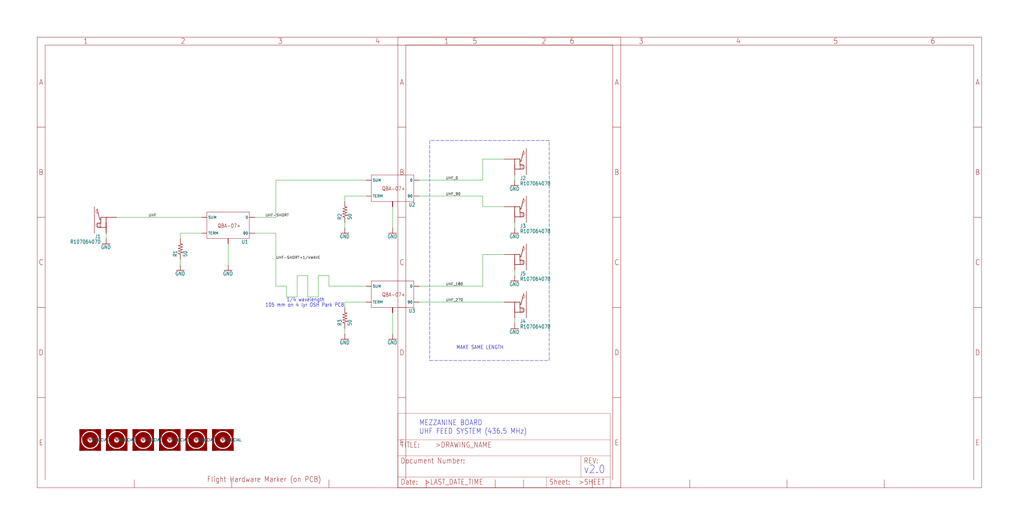
<source format=kicad_sch>
(kicad_sch (version 20211123) (generator eeschema)
  (paper "User" 490.22 254.406)
  (lib_symbols
    (symbol "plusz-end-card-with-turnstile-mezzanine-eagle-import:FIDUCIAL-1.0X2.0"
      (symbol "FIDUCIAL-1.0X2.0_1_0"
        (rectangle (start -5.08 -5.08) (end -3.556 -2.54) (fill (type outline)))
        (rectangle (start -5.08 -5.08) (end -2.54 -3.556) (fill (type outline)))
        (rectangle (start -5.08 2.54) (end -3.556 5.08) (fill (type outline)))
        (rectangle (start -5.08 3.556) (end -2.54 5.08) (fill (type outline)))
        (polyline (pts (xy -5.08 -5.08) (xy -5.08 5.08)) (stroke (width 0.127)))
        (polyline (pts (xy -5.08 -5.08) (xy 5.08 -5.08)) (stroke (width 0.127)))
        (polyline (pts (xy -5.08 5.08) (xy 5.08 5.08)) (stroke (width 0.127)))
        (polyline (pts (xy -4.699 2.54) (xy -4.699 -2.54)) (stroke (width 0.762)))
        (polyline (pts (xy -2.54 -4.699) (xy 2.54 -4.699)) (stroke (width 0.762)))
        (polyline (pts (xy -2.54 4.699) (xy 2.54 4.699)) (stroke (width 0.762)))
        (polyline (pts (xy 4.699 -2.54) (xy 4.699 2.54)) (stroke (width 0.762)))
        (polyline (pts (xy 5.08 5.08) (xy 5.08 -5.08)) (stroke (width 0.127)))
        (circle (center 0 0) (radius 2.54) (stroke (width 2.54)))
        (circle (center 0 0) (radius 4.699) (stroke (width 0.762)))
        (rectangle (start 2.54 -5.08) (end 5.08 -3.556) (fill (type outline)))
        (rectangle (start 2.54 3.556) (end 5.08 5.08) (fill (type outline)))
        (rectangle (start 3.556 -5.08) (end 5.08 -2.54) (fill (type outline)))
        (rectangle (start 3.556 2.54) (end 5.08 5.08) (fill (type outline)))
        (pin no_connect line (at 0 0 0) (length 0) (name "FIDUCIAL") (number "FIDUCIAL"))
      )
    )
    (symbol "plusz-end-card-with-turnstile-mezzanine-eagle-import:FLIGHMARKERNEW"
      (symbol "FLIGHMARKERNEW_1_0"
        (text "Flight Hardware Marker (on PCB)" (at 0 0 0) (effects (font (size 2.54 2.159)) (justify left bottom)))
      )
    )
    (symbol "plusz-end-card-with-turnstile-mezzanine-eagle-import:FRAME_A_L"
      (symbol "FRAME_A_L_0_0"
        (polyline (pts (xy 0 43.18) (xy 3.81 43.18)))
        (polyline (pts (xy 0 86.36) (xy 3.81 86.36)))
        (polyline (pts (xy 0 129.54) (xy 3.81 129.54)))
        (polyline (pts (xy 0 172.72) (xy 3.81 172.72)))
        (polyline (pts (xy 3.81 3.81) (xy 3.81 212.09)))
        (polyline (pts (xy 46.5667 0) (xy 46.5667 3.81)))
        (polyline (pts (xy 93.1333 0) (xy 93.1333 3.81)))
        (polyline (pts (xy 139.7 0) (xy 139.7 3.81)))
        (polyline (pts (xy 186.2667 0) (xy 186.2667 3.81)))
        (polyline (pts (xy 232.8333 0) (xy 232.8333 3.81)))
        (polyline (pts (xy 275.59 3.81) (xy 275.59 212.09)))
        (polyline (pts (xy 275.59 43.18) (xy 279.4 43.18)))
        (polyline (pts (xy 275.59 86.36) (xy 279.4 86.36)))
        (polyline (pts (xy 275.59 129.54) (xy 279.4 129.54)))
        (polyline (pts (xy 275.59 172.72) (xy 279.4 172.72)))
        (polyline (pts (xy 275.59 212.09) (xy 3.81 212.09)))
        (polyline (pts (xy 0 0) (xy 279.4 0) (xy 279.4 215.9) (xy 0 215.9) (xy 0 0)))
        (text "1" (at 23.2833 213.995 0) (effects (font (size 2.54 2.286))))
        (text "2" (at 69.85 213.995 0) (effects (font (size 2.54 2.286))))
        (text "3" (at 116.4167 213.995 0) (effects (font (size 2.54 2.286))))
        (text "4" (at 162.9833 213.995 0) (effects (font (size 2.54 2.286))))
        (text "5" (at 209.55 213.995 0) (effects (font (size 2.54 2.286))))
        (text "6" (at 256.1167 213.995 0) (effects (font (size 2.54 2.286))))
        (text "A" (at 1.905 194.31 0) (effects (font (size 2.54 2.286))))
        (text "A" (at 277.495 194.31 0) (effects (font (size 2.54 2.286))))
        (text "B" (at 1.905 151.13 0) (effects (font (size 2.54 2.286))))
        (text "B" (at 277.495 151.13 0) (effects (font (size 2.54 2.286))))
        (text "C" (at 1.905 107.95 0) (effects (font (size 2.54 2.286))))
        (text "C" (at 277.495 107.95 0) (effects (font (size 2.54 2.286))))
        (text "D" (at 1.905 64.77 0) (effects (font (size 2.54 2.286))))
        (text "D" (at 277.495 64.77 0) (effects (font (size 2.54 2.286))))
        (text "E" (at 1.905 21.59 0) (effects (font (size 2.54 2.286))))
        (text "E" (at 277.495 21.59 0) (effects (font (size 2.54 2.286))))
      )
      (symbol "FRAME_A_L_2_0"
        (polyline (pts (xy 0 0) (xy 0 5.08)) (stroke (width 0.1016)))
        (polyline (pts (xy 0 0) (xy 71.12 0)) (stroke (width 0.1016)))
        (polyline (pts (xy 0 5.08) (xy 0 15.24)) (stroke (width 0.1016)))
        (polyline (pts (xy 0 5.08) (xy 71.12 5.08)) (stroke (width 0.1016)))
        (polyline (pts (xy 0 15.24) (xy 0 22.86)) (stroke (width 0.1016)))
        (polyline (pts (xy 0 22.86) (xy 0 35.56)) (stroke (width 0.1016)))
        (polyline (pts (xy 0 22.86) (xy 101.6 22.86)) (stroke (width 0.1016)))
        (polyline (pts (xy 71.12 0) (xy 101.6 0)) (stroke (width 0.1016)))
        (polyline (pts (xy 71.12 5.08) (xy 71.12 0)) (stroke (width 0.1016)))
        (polyline (pts (xy 71.12 5.08) (xy 87.63 5.08)) (stroke (width 0.1016)))
        (polyline (pts (xy 87.63 5.08) (xy 101.6 5.08)) (stroke (width 0.1016)))
        (polyline (pts (xy 87.63 15.24) (xy 0 15.24)) (stroke (width 0.1016)))
        (polyline (pts (xy 87.63 15.24) (xy 87.63 5.08)) (stroke (width 0.1016)))
        (polyline (pts (xy 101.6 5.08) (xy 101.6 0)) (stroke (width 0.1016)))
        (polyline (pts (xy 101.6 15.24) (xy 87.63 15.24)) (stroke (width 0.1016)))
        (polyline (pts (xy 101.6 15.24) (xy 101.6 5.08)) (stroke (width 0.1016)))
        (polyline (pts (xy 101.6 22.86) (xy 101.6 15.24)) (stroke (width 0.1016)))
        (polyline (pts (xy 101.6 35.56) (xy 0 35.56)) (stroke (width 0.1016)))
        (polyline (pts (xy 101.6 35.56) (xy 101.6 22.86)) (stroke (width 0.1016)))
        (text ">DRAWING_NAME" (at 17.78 19.05 0) (effects (font (size 2.54 2.159)) (justify left bottom)))
        (text ">LAST_DATE_TIME" (at 12.7 1.27 0) (effects (font (size 2.54 2.159)) (justify left bottom)))
        (text ">SHEET" (at 86.36 1.27 0) (effects (font (size 2.54 2.159)) (justify left bottom)))
        (text "Date:" (at 1.27 1.27 0) (effects (font (size 2.54 2.159)) (justify left bottom)))
        (text "Document Number:" (at 1.27 11.43 0) (effects (font (size 2.54 2.159)) (justify left bottom)))
        (text "REV:" (at 88.9 11.43 0) (effects (font (size 2.54 2.159)) (justify left bottom)))
        (text "Sheet:" (at 72.39 1.27 0) (effects (font (size 2.54 2.159)) (justify left bottom)))
        (text "TITLE:" (at 1.27 19.05 0) (effects (font (size 2.54 2.159)) (justify left bottom)))
      )
    )
    (symbol "plusz-end-card-with-turnstile-mezzanine-eagle-import:GND" (power)
      (property "Value" "GND" (at -2.54 -2.54 0))
      (symbol "GND_1_0"
        (polyline (pts (xy -1.905 0) (xy 1.905 0)) (stroke (width 0.254)))
        (pin power_in line (at 0 2.54 270) (length 2.54) (name "GND") (number "1"))
      )
    )
    (symbol "plusz-end-card-with-turnstile-mezzanine-eagle-import:QBA-07+"
      (property "Reference" "U" (at -10.16 -10.16 0))
      (symbol "QBA-07+_1_0"
        (polyline (pts (xy -10.16 -7.62) (xy -10.16 5.08)) (stroke (width 0.1524)))
        (polyline (pts (xy -10.16 5.08) (xy 10.16 5.08)) (stroke (width 0.1524)))
        (polyline (pts (xy 10.16 -7.62) (xy -10.16 -7.62)) (stroke (width 0.1524)))
        (polyline (pts (xy 10.16 5.08) (xy 10.16 -7.62)) (stroke (width 0.1524)))
        (text "QBA-07+" (at -5.08 -2.54 0) (effects (font (size 1.778 1.5113)) (justify left bottom)))
        (pin passive line (at -12.7 2.54 0) (length 2.54) (name "SUM") (number "1"))
        (pin passive line (at 12.7 -5.08 180) (length 2.54) (name "90") (number "10"))
        (pin power_in line (at 0 -10.16 90) (length 2.54) (name "GND") (number "2"))
        (pin power_in line (at 0 -10.16 90) (length 2.54) (name "GND") (number "3"))
        (pin power_in line (at 0 -10.16 90) (length 2.54) (name "GND") (number "4"))
        (pin passive line (at -12.7 -5.08 0) (length 2.54) (name "TERM") (number "5"))
        (pin passive line (at 12.7 2.54 180) (length 2.54) (name "0") (number "6"))
        (pin power_in line (at 0 -10.16 90) (length 2.54) (name "GND") (number "7"))
        (pin power_in line (at 0 -10.16 90) (length 2.54) (name "GND") (number "8"))
        (pin power_in line (at 0 -10.16 90) (length 2.54) (name "GND") (number "9"))
        (pin power_in line (at 0 -10.16 90) (length 2.54) (name "GND") (number "GND-NO-PAD"))
      )
    )
    (symbol "plusz-end-card-with-turnstile-mezzanine-eagle-import:R-US_0603-C-NOSILK"
      (property "Reference" "R" (at -3.81 1.4986 0))
      (property "Value" "R-US_0603-C-NOSILK" (at -3.81 -3.302 0))
      (symbol "R-US_0603-C-NOSILK_1_0"
        (polyline (pts (xy -2.54 0) (xy -2.159 1.016)) (stroke (width 0.2032)))
        (polyline (pts (xy -2.159 1.016) (xy -1.524 -1.016)) (stroke (width 0.2032)))
        (polyline (pts (xy -1.524 -1.016) (xy -0.889 1.016)) (stroke (width 0.2032)))
        (polyline (pts (xy -0.889 1.016) (xy -0.254 -1.016)) (stroke (width 0.2032)))
        (polyline (pts (xy -0.254 -1.016) (xy 0.381 1.016)) (stroke (width 0.2032)))
        (polyline (pts (xy 0.381 1.016) (xy 1.016 -1.016)) (stroke (width 0.2032)))
        (polyline (pts (xy 1.016 -1.016) (xy 1.651 1.016)) (stroke (width 0.2032)))
        (polyline (pts (xy 1.651 1.016) (xy 2.286 -1.016)) (stroke (width 0.2032)))
        (polyline (pts (xy 2.286 -1.016) (xy 2.54 0)) (stroke (width 0.2032)))
        (pin passive line (at -5.08 0 0) (length 2.54) (name "1") (number "1"))
        (pin passive line (at 5.08 0 180) (length 2.54) (name "2") (number "2"))
      )
    )
    (symbol "plusz-end-card-with-turnstile-mezzanine-eagle-import:R107064070"
      (property "Reference" "J" (at 2.54 -10.16 0))
      (property "Value" "R107064070" (at 2.54 -12.7 0))
      (symbol "R107064070_1_0"
        (polyline (pts (xy 0 -4.826) (xy 2.54 -4.826)) (stroke (width 0.254)))
        (polyline (pts (xy 0 0) (xy 0 -4.826)) (stroke (width 0.254)))
        (polyline (pts (xy 2.54 -4.826) (xy 3.048 -4.826)) (stroke (width 0.254)))
        (polyline (pts (xy 2.54 -2.794) (xy 2.54 -4.826)) (stroke (width 0.1524)))
        (polyline (pts (xy 2.54 -2.794) (xy 2.54 -1.016)) (stroke (width 0.254)))
        (polyline (pts (xy 2.54 -1.016) (xy 2.54 0)) (stroke (width 0.254)))
        (polyline (pts (xy 2.54 0) (xy 0 0)) (stroke (width 0.254)))
        (polyline (pts (xy 3.048 -4.826) (xy 3.048 -2.794)) (stroke (width 0.1524)))
        (polyline (pts (xy 3.048 -4.826) (xy 4.064 -4.826)) (stroke (width 0.254)))
        (polyline (pts (xy 3.048 -2.794) (xy 2.54 -2.794)) (stroke (width 0.254)))
        (polyline (pts (xy 3.048 -1.016) (xy 2.54 -1.016)) (stroke (width 0.254)))
        (polyline (pts (xy 4.064 -4.826) (xy 4.064 -4.572)) (stroke (width 0.254)))
        (polyline (pts (xy 4.064 -4.572) (xy 4.064 -3.048)) (stroke (width 0.254)))
        (polyline (pts (xy 4.064 -3.048) (xy 4.064 -2.794)) (stroke (width 0.254)))
        (polyline (pts (xy 4.064 -2.794) (xy 3.048 -2.794)) (stroke (width 0.254)))
        (polyline (pts (xy 4.318 4.064) (xy 3.048 -1.016)) (stroke (width 0.254)))
        (polyline (pts (xy 5.588 5.08) (xy 5.588 -7.62)) (stroke (width 0.2032)))
        (arc (start 3.81 2.032) (mid 4.826 2.54) (end 4.318 3.556) (stroke (width 0.1524)))
        (arc (start 4.064 -4.572) (mid 4.826 -3.81) (end 4.064 -3.048) (stroke (width 0.1524)))
        (pin bidirectional line (at -5.08 0 0) (length 5.08) (name "P$1") (number "P$1"))
        (pin bidirectional line (at 0 -7.62 90) (length 5.08) (name "P$2") (number "P$2"))
        (pin bidirectional line (at 0 -7.62 90) (length 5.08) (name "P$2") (number "P$3"))
      )
    )
  )
  (wire (pts (xy 96.52 111.76) (xy 86.36 111.76)))
  (wire (pts (xy 187.96 99.06) (xy 187.96 109.22)))
  (wire (pts (xy 175.26 93.98) (xy 165.1 93.98)))
  (wire (pts (xy 50.8 114.3) (xy 50.8 111.76)))
  (wire (pts (xy 132.08 86.36) (xy 175.26 86.36)))
  (wire (pts (xy 187.96 149.86) (xy 187.96 160.02)))
  (polyline (pts (xy 262.89 67.31) (xy 205.74 67.31)))
  (polyline (pts (xy 205.74 172.72) (xy 262.89 172.72)))
  (wire (pts (xy 132.08 104.14) (xy 132.08 86.36)))
  (wire (pts (xy 246.38 132.08) (xy 246.38 129.54)))
  (wire (pts (xy 109.22 116.84) (xy 109.22 127)))
  (wire (pts (xy 231.14 76.2) (xy 241.3 76.2)))
  (wire (pts (xy 137.16 137.16) (xy 132.08 137.16)))
  (wire (pts (xy 165.1 144.78) (xy 165.1 147.32)))
  (wire (pts (xy 157.48 137.16) (xy 157.48 132.08)))
  (wire (pts (xy 152.4 132.08) (xy 152.4 142.24)))
  (wire (pts (xy 165.1 93.98) (xy 165.1 96.52)))
  (wire (pts (xy 200.66 86.36) (xy 231.14 86.36)))
  (wire (pts (xy 246.38 86.36) (xy 246.38 83.82)))
  (wire (pts (xy 231.14 121.92) (xy 241.3 121.92)))
  (wire (pts (xy 55.88 104.14) (xy 96.52 104.14)))
  (wire (pts (xy 132.08 137.16) (xy 132.08 111.76)))
  (wire (pts (xy 231.14 93.98) (xy 231.14 99.06)))
  (wire (pts (xy 200.66 144.78) (xy 241.3 144.78)))
  (wire (pts (xy 157.48 132.08) (xy 152.4 132.08)))
  (polyline (pts (xy 262.89 172.72) (xy 262.89 67.31)))
  (wire (pts (xy 231.14 86.36) (xy 231.14 76.2)))
  (wire (pts (xy 246.38 109.22) (xy 246.38 106.68)))
  (wire (pts (xy 231.14 99.06) (xy 241.3 99.06)))
  (wire (pts (xy 121.92 104.14) (xy 132.08 104.14)))
  (wire (pts (xy 165.1 106.68) (xy 165.1 109.22)))
  (polyline (pts (xy 205.74 67.31) (xy 205.74 172.72)))
  (wire (pts (xy 147.32 142.24) (xy 147.32 132.08)))
  (wire (pts (xy 175.26 137.16) (xy 157.48 137.16)))
  (wire (pts (xy 165.1 157.48) (xy 165.1 160.02)))
  (wire (pts (xy 142.24 132.08) (xy 142.24 142.24)))
  (wire (pts (xy 231.14 137.16) (xy 231.14 121.92)))
  (wire (pts (xy 86.36 124.46) (xy 86.36 127)))
  (wire (pts (xy 86.36 111.76) (xy 86.36 114.3)))
  (wire (pts (xy 132.08 111.76) (xy 121.92 111.76)))
  (wire (pts (xy 200.66 137.16) (xy 231.14 137.16)))
  (wire (pts (xy 142.24 142.24) (xy 137.16 142.24)))
  (wire (pts (xy 137.16 142.24) (xy 137.16 137.16)))
  (wire (pts (xy 175.26 144.78) (xy 165.1 144.78)))
  (wire (pts (xy 246.38 154.94) (xy 246.38 152.4)))
  (wire (pts (xy 152.4 142.24) (xy 147.32 142.24)))
  (wire (pts (xy 200.66 93.98) (xy 231.14 93.98)))
  (wire (pts (xy 147.32 132.08) (xy 142.24 132.08)))
  (text "MAKE SAME LENGTH" (at 218.44 167.64 180) (effects (font (size 1.778 1.5113)) (justify left bottom)))
  (text "105 mm on 4 lyr OSH Park PCB" (at 127 147.32 180) (effects (font (size 1.778 1.5113)) (justify left bottom)))
  (text "v2.0" (at 279.4 227.33 180) (effects (font (size 3.81 3.2385)) (justify left bottom)))
  (text "MEZZANINE BOARD\nUHF FEED SYSTEM (436.5 MHz)" (at 200.66 208.28 180) (effects (font (size 2.54 2.159)) (justify left bottom)))
  (text "1/4 wavelength" (at 137.16 144.78 180) (effects (font (size 1.778 1.5113)) (justify left bottom)))
  (label "UHF" (at 71.12 104.14 0) (effects (font (size 1.2446 1.2446))))
  (label "UHF-SHORT+1/4WAVE" (at 132.08 124.46 0) (effects (font (size 1.2446 1.2446))))
  (label "UHF_180" (at 213.36 137.16 0) (effects (font (size 1.2446 1.2446))))
  (label "UHF_90" (at 213.36 93.98 0) (effects (font (size 1.2446 1.2446))))
  (label "UHF-SHORT" (at 127 104.14 0) (effects (font (size 1.2446 1.2446))))
  (label "UHF_270" (at 213.36 144.78 0) (effects (font (size 1.2446 1.2446))))
  (label "UHF_0" (at 213.36 86.36 0) (effects (font (size 1.2446 1.2446))))
  (symbol (lib_id "plusz-end-card-with-turnstile-mezzanine-eagle-import:R107064070") (at 246.38 121.92 0) (unit 1)
    (property "Reference" "J5" (at 248.92 132.08 0) (effects (font (size 1.778 1.5113)) (justify left bottom)))
    (property "Value" "R107064070" (at 248.92 134.62 0) (effects (font (size 1.778 1.5113)) (justify left bottom)))
    (property "Footprint" "Foras_Promineo_Github_Local:R107064070_SOLDER" (effects hide))
  )
  (symbol (lib_id "plusz-end-card-with-turnstile-mezzanine-eagle-import:GND") (at 165.1 111.76 0) (unit 1)
    (property "Reference" "#GND05" (effects hide))
    (property "Value" "GND" (at 162.56 114.3 0) (effects (font (size 1.778 1.5113)) (justify left bottom)))
    (property "Footprint" "plusz-end-card-with-turnstile-mezzanine:" (effects hide))
  )
  (symbol (lib_id "plusz-end-card-with-turnstile-mezzanine-eagle-import:R-US_0603-C-NOSILK") (at 165.1 101.6 90) (unit 1)
    (property "Reference" "R2" (at 163.6014 105.41 0) (effects (font (size 1.778 1.5113)) (justify left bottom)))
    (property "Value" "50" (at 168.402 105.41 0) (effects (font (size 1.778 1.5113)) (justify left bottom)))
    (property "Footprint" "plusz-end-card-with-turnstile-mezzanine:.0603-C-NOSILK" (effects hide))
  )
  (symbol (lib_id "plusz-end-card-with-turnstile-mezzanine-eagle-import:FIDUCIAL-1.0X2.0") (at 93.98 210.82 0) (unit 1)
    (property "Reference" "FIDUCIAL7" (effects hide))
    (property "Value" "FIDUCIAL-1.0X2.0" (effects hide))
    (property "Footprint" "plusz-end-card-with-turnstile-mezzanine:FIDUCIAL-1.0X2.0" (effects hide))
  )
  (symbol (lib_id "plusz-end-card-with-turnstile-mezzanine-eagle-import:FIDUCIAL-1.0X2.0") (at 43.18 210.82 0) (unit 1)
    (property "Reference" "FIDUCIAL2" (effects hide))
    (property "Value" "FIDUCIAL-1.0X2.0" (effects hide))
    (property "Footprint" "plusz-end-card-with-turnstile-mezzanine:FIDUCIAL-1.0X2.0" (effects hide))
  )
  (symbol (lib_id "plusz-end-card-with-turnstile-mezzanine-eagle-import:R-US_0603-C-NOSILK") (at 86.36 119.38 90) (unit 1)
    (property "Reference" "R1" (at 84.8614 123.19 0) (effects (font (size 1.778 1.5113)) (justify left bottom)))
    (property "Value" "50" (at 89.662 123.19 0) (effects (font (size 1.778 1.5113)) (justify left bottom)))
    (property "Footprint" "plusz-end-card-with-turnstile-mezzanine:.0603-C-NOSILK" (effects hide))
  )
  (symbol (lib_id "plusz-end-card-with-turnstile-mezzanine-eagle-import:FLIGHMARKERNEW") (at 99.06 231.14 0) (unit 1)
    (property "Reference" "U$1" (effects hide))
    (property "Value" "FLIGHMARKERNEW" (effects hide))
    (property "Footprint" "plusz-end-card-with-turnstile-mezzanine:FLIGHTMARKER_NEW_BOARDS" (effects hide))
  )
  (symbol (lib_id "plusz-end-card-with-turnstile-mezzanine-eagle-import:FIDUCIAL-1.0X2.0") (at 68.58 210.82 0) (unit 1)
    (property "Reference" "FIDUCIAL4" (effects hide))
    (property "Value" "FIDUCIAL-1.0X2.0" (effects hide))
    (property "Footprint" "plusz-end-card-with-turnstile-mezzanine:FIDUCIAL-1.0X2.0" (effects hide))
  )
  (symbol (lib_id "plusz-end-card-with-turnstile-mezzanine-eagle-import:R107064070") (at 246.38 144.78 0) (unit 1)
    (property "Reference" "J4" (at 248.92 154.94 0) (effects (font (size 1.778 1.5113)) (justify left bottom)))
    (property "Value" "R107064070" (at 248.92 157.48 0) (effects (font (size 1.778 1.5113)) (justify left bottom)))
    (property "Footprint" "Foras_Promineo_Github_Local:R107064070_SOLDER" (effects hide))
  )
  (symbol (lib_id "plusz-end-card-with-turnstile-mezzanine-eagle-import:GND") (at 246.38 88.9 0) (unit 1)
    (property "Reference" "#GND07" (effects hide))
    (property "Value" "GND" (at 243.84 91.44 0) (effects (font (size 1.778 1.5113)) (justify left bottom)))
    (property "Footprint" "plusz-end-card-with-turnstile-mezzanine:" (effects hide))
  )
  (symbol (lib_id "plusz-end-card-with-turnstile-mezzanine-eagle-import:GND") (at 187.96 162.56 0) (unit 1)
    (property "Reference" "#GND03" (effects hide))
    (property "Value" "GND" (at 185.42 165.1 0) (effects (font (size 1.778 1.5113)) (justify left bottom)))
    (property "Footprint" "plusz-end-card-with-turnstile-mezzanine:" (effects hide))
  )
  (symbol (lib_id "plusz-end-card-with-turnstile-mezzanine-eagle-import:R-US_0603-C-NOSILK") (at 165.1 152.4 90) (unit 1)
    (property "Reference" "R3" (at 163.6014 156.21 0) (effects (font (size 1.778 1.5113)) (justify left bottom)))
    (property "Value" "50" (at 168.402 156.21 0) (effects (font (size 1.778 1.5113)) (justify left bottom)))
    (property "Footprint" "plusz-end-card-with-turnstile-mezzanine:.0603-C-NOSILK" (effects hide))
  )
  (symbol (lib_id "plusz-end-card-with-turnstile-mezzanine-eagle-import:GND") (at 109.22 129.54 0) (unit 1)
    (property "Reference" "#GND01" (effects hide))
    (property "Value" "GND" (at 106.68 132.08 0) (effects (font (size 1.778 1.5113)) (justify left bottom)))
    (property "Footprint" "plusz-end-card-with-turnstile-mezzanine:" (effects hide))
  )
  (symbol (lib_id "plusz-end-card-with-turnstile-mezzanine-eagle-import:FRAME_A_L") (at 17.78 233.68 0) (unit 1)
    (property "Reference" "#FRAME1" (effects hide))
    (property "Value" "FRAME_A_L" (effects hide))
    (property "Footprint" "plusz-end-card-with-turnstile-mezzanine:" (effects hide))
  )
  (symbol (lib_id "plusz-end-card-with-turnstile-mezzanine-eagle-import:R107064070") (at 246.38 99.06 0) (unit 1)
    (property "Reference" "J3" (at 248.92 109.22 0) (effects (font (size 1.778 1.5113)) (justify left bottom)))
    (property "Value" "R107064070" (at 248.92 111.76 0) (effects (font (size 1.778 1.5113)) (justify left bottom)))
    (property "Footprint" "Foras_Promineo_Github_Local:R107064070_SOLDER" (effects hide))
  )
  (symbol (lib_id "plusz-end-card-with-turnstile-mezzanine-eagle-import:GND") (at 246.38 157.48 0) (unit 1)
    (property "Reference" "#GND010" (effects hide))
    (property "Value" "GND" (at 243.84 160.02 0) (effects (font (size 1.778 1.5113)) (justify left bottom)))
    (property "Footprint" "plusz-end-card-with-turnstile-mezzanine:" (effects hide))
  )
  (symbol (lib_id "plusz-end-card-with-turnstile-mezzanine-eagle-import:QBA-07+") (at 187.96 88.9 0) (unit 1)
    (property "Reference" "U2" (at 195.58 99.06 0) (effects (font (size 1.778 1.5113)) (justify left bottom)))
    (property "Value" "QBA-07+" (effects hide))
    (property "Footprint" "plusz-end-card-with-turnstile-mezzanine:QBA-07+" (effects hide))
  )
  (symbol (lib_id "plusz-end-card-with-turnstile-mezzanine-eagle-import:R107064070") (at 246.38 76.2 0) (unit 1)
    (property "Reference" "J2" (at 248.92 86.36 0) (effects (font (size 1.778 1.5113)) (justify left bottom)))
    (property "Value" "R107064070" (at 248.92 88.9 0) (effects (font (size 1.778 1.5113)) (justify left bottom)))
    (property "Footprint" "Foras_Promineo_Github_Local:R107064070_SOLDER" (effects hide))
  )
  (symbol (lib_id "plusz-end-card-with-turnstile-mezzanine-eagle-import:FIDUCIAL-1.0X2.0") (at 55.88 210.82 0) (unit 1)
    (property "Reference" "FIDUCIAL3" (effects hide))
    (property "Value" "FIDUCIAL-1.0X2.0" (effects hide))
    (property "Footprint" "plusz-end-card-with-turnstile-mezzanine:FIDUCIAL-1.0X2.0" (effects hide))
  )
  (symbol (lib_id "plusz-end-card-with-turnstile-mezzanine-eagle-import:R107064070") (at 50.8 104.14 0) (mirror y) (unit 1)
    (property "Reference" "J1" (at 48.26 114.3 0) (effects (font (size 1.778 1.5113)) (justify left bottom)))
    (property "Value" "R107064070" (at 48.26 116.84 0) (effects (font (size 1.778 1.5113)) (justify left bottom)))
    (property "Footprint" "Foras_Promineo_Github_Local:R107064070_SOLDER" (effects hide))
  )
  (symbol (lib_id "plusz-end-card-with-turnstile-mezzanine-eagle-import:QBA-07+") (at 187.96 139.7 0) (unit 1)
    (property "Reference" "U3" (at 195.58 149.86 0) (effects (font (size 1.778 1.5113)) (justify left bottom)))
    (property "Value" "QBA-07+" (effects hide))
    (property "Footprint" "plusz-end-card-with-turnstile-mezzanine:QBA-07+" (effects hide))
  )
  (symbol (lib_id "plusz-end-card-with-turnstile-mezzanine-eagle-import:GND") (at 165.1 162.56 0) (unit 1)
    (property "Reference" "#GND06" (effects hide))
    (property "Value" "GND" (at 162.56 165.1 0) (effects (font (size 1.778 1.5113)) (justify left bottom)))
    (property "Footprint" "plusz-end-card-with-turnstile-mezzanine:" (effects hide))
  )
  (symbol (lib_id "plusz-end-card-with-turnstile-mezzanine-eagle-import:QBA-07+") (at 109.22 106.68 0) (unit 1)
    (property "Reference" "U1" (at 115.57 116.84 0) (effects (font (size 1.778 1.5113)) (justify left bottom)))
    (property "Value" "QBA-07+" (effects hide))
    (property "Footprint" "plusz-end-card-with-turnstile-mezzanine:QBA-07+" (effects hide))
  )
  (symbol (lib_id "plusz-end-card-with-turnstile-mezzanine-eagle-import:GND") (at 50.8 116.84 0) (unit 1)
    (property "Reference" "#GND014" (effects hide))
    (property "Value" "GND" (at 48.26 119.38 0) (effects (font (size 1.778 1.5113)) (justify left bottom)))
    (property "Footprint" "plusz-end-card-with-turnstile-mezzanine:" (effects hide))
  )
  (symbol (lib_id "plusz-end-card-with-turnstile-mezzanine-eagle-import:FIDUCIAL-1.0X2.0") (at 106.68 210.82 0) (unit 1)
    (property "Reference" "FIDUCIAL1" (effects hide))
    (property "Value" "FIDUCIAL-1.0X2.0" (effects hide))
    (property "Footprint" "plusz-end-card-with-turnstile-mezzanine:FIDUCIAL-1.0X2.0" (effects hide))
  )
  (symbol (lib_id "plusz-end-card-with-turnstile-mezzanine-eagle-import:FRAME_A_L") (at 190.5 233.68 0) (unit 2)
    (property "Reference" "#FRAME1" (effects hide))
    (property "Value" "FRAME_A_L" (effects hide))
    (property "Footprint" "plusz-end-card-with-turnstile-mezzanine:" (effects hide))
  )
  (symbol (lib_id "plusz-end-card-with-turnstile-mezzanine-eagle-import:FIDUCIAL-1.0X2.0") (at 81.28 210.82 0) (unit 1)
    (property "Reference" "FIDUCIAL6" (effects hide))
    (property "Value" "FIDUCIAL-1.0X2.0" (effects hide))
    (property "Footprint" "plusz-end-card-with-turnstile-mezzanine:FIDUCIAL-1.0X2.0" (effects hide))
  )
  (symbol (lib_id "plusz-end-card-with-turnstile-mezzanine-eagle-import:GND") (at 86.36 129.54 0) (unit 1)
    (property "Reference" "#GND04" (effects hide))
    (property "Value" "GND" (at 83.82 132.08 0) (effects (font (size 1.778 1.5113)) (justify left bottom)))
    (property "Footprint" "plusz-end-card-with-turnstile-mezzanine:" (effects hide))
  )
  (symbol (lib_id "plusz-end-card-with-turnstile-mezzanine-eagle-import:GND") (at 246.38 111.76 0) (unit 1)
    (property "Reference" "#GND08" (effects hide))
    (property "Value" "GND" (at 243.84 114.3 0) (effects (font (size 1.778 1.5113)) (justify left bottom)))
    (property "Footprint" "plusz-end-card-with-turnstile-mezzanine:" (effects hide))
  )
  (symbol (lib_id "plusz-end-card-with-turnstile-mezzanine-eagle-import:GND") (at 187.96 111.76 0) (unit 1)
    (property "Reference" "#GND02" (effects hide))
    (property "Value" "GND" (at 185.42 114.3 0) (effects (font (size 1.778 1.5113)) (justify left bottom)))
    (property "Footprint" "plusz-end-card-with-turnstile-mezzanine:" (effects hide))
  )
  (symbol (lib_id "plusz-end-card-with-turnstile-mezzanine-eagle-import:GND") (at 246.38 134.62 0) (unit 1)
    (property "Reference" "#GND09" (effects hide))
    (property "Value" "GND" (at 243.84 137.16 0) (effects (font (size 1.778 1.5113)) (justify left bottom)))
    (property "Footprint" "plusz-end-card-with-turnstile-mezzanine:" (effects hide))
  )
)
</source>
